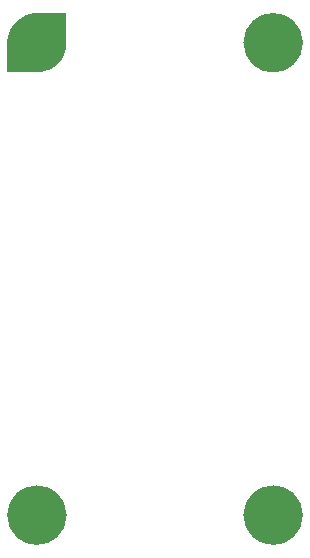
<source format=gts>
%TF.GenerationSoftware,KiCad,Pcbnew,8.0.8*%
%TF.CreationDate,2025-01-29T17:03:44+00:00*%
%TF.ProjectId,ec30_2x4_l2_mh_0.1,65633330-5f32-4783-945f-6c325f6d685f,v0.1*%
%TF.SameCoordinates,PX8d24d00PY36d6160*%
%TF.FileFunction,Soldermask,Top*%
%TF.FilePolarity,Negative*%
%FSLAX46Y46*%
G04 Gerber Fmt 4.6, Leading zero omitted, Abs format (unit mm)*
G04 Created by KiCad (PCBNEW 8.0.8) date 2025-01-29 17:03:44*
%MOMM*%
%LPD*%
G01*
G04 APERTURE LIST*
%ADD10C,2.500000*%
%ADD11C,0.000000*%
G04 APERTURE END LIST*
%TO.C,MH3*%
D10*
X-8750000Y-20000000D02*
G75*
G02*
X-11250000Y-20000000I-1250000J0D01*
G01*
X-11250000Y-20000000D02*
G75*
G02*
X-8750000Y-20000000I1250000J0D01*
G01*
%TO.C,MH4*%
X11250000Y-20000000D02*
G75*
G02*
X8750000Y-20000000I-1250000J0D01*
G01*
X8750000Y-20000000D02*
G75*
G02*
X11250000Y-20000000I1250000J0D01*
G01*
%TO.C,MH2*%
X11250000Y20000000D02*
G75*
G02*
X8750000Y20000000I-1250000J0D01*
G01*
X8750000Y20000000D02*
G75*
G02*
X11250000Y20000000I1250000J0D01*
G01*
D11*
%TO.C,MH1*%
G36*
X-7500000Y20000000D02*
G01*
X-7504933Y20000000D01*
X-7504933Y19843024D01*
X-7544282Y19531547D01*
X-7622359Y19227458D01*
X-7737932Y18935552D01*
X-7889180Y18660433D01*
X-8073717Y18406440D01*
X-8288632Y18177578D01*
X-8530537Y17977458D01*
X-8795616Y17809233D01*
X-9079689Y17675559D01*
X-9378275Y17578542D01*
X-9686667Y17519713D01*
X-10000000Y17500000D01*
X-12500000Y17500000D01*
X-12500000Y20000000D01*
X-12495067Y20000000D01*
X-12495067Y20156976D01*
X-12455718Y20468453D01*
X-12377641Y20772542D01*
X-12262068Y21064448D01*
X-12110820Y21339567D01*
X-11926283Y21593560D01*
X-11711368Y21822422D01*
X-11469463Y22022542D01*
X-11204384Y22190767D01*
X-10920311Y22324441D01*
X-10621725Y22421458D01*
X-10313333Y22480287D01*
X-10000000Y22500000D01*
X-7500000Y22500000D01*
X-7500000Y20000000D01*
G37*
%TD*%
M02*

</source>
